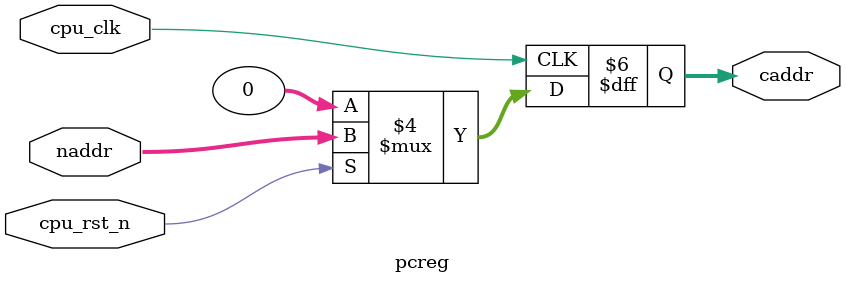
<source format=sv>
module pcreg(
    input  logic cpu_clk, // ÏµÍ³Ê±ÖÓ
    input  logic cpu_rst_n, // ÏµÍ³¸´Î»ÐÅºÅ
    input logic [31:0] naddr, // ÏÂÒ»ÌõÖ¸ÁîµÄµØÖ·
    output logic [31:0] caddr // µ±Ç°Ö¸ÁîµØÖ·
    );
        
    always_ff @(posedge cpu_clk) begin
        if(!cpu_rst_n) caddr <= 0;
        else caddr <= naddr;
    end
    
    
endmodule
</source>
